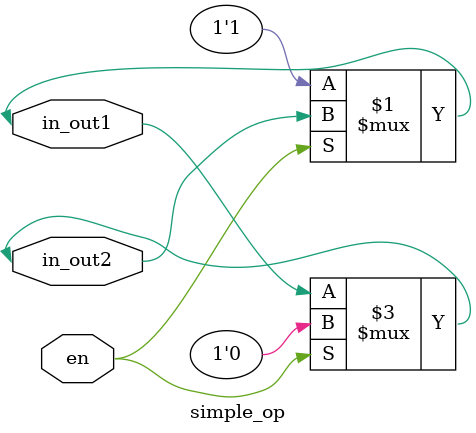
<source format=v>
module simple_op(en,in_out1,in_out2);
	inout in_out1;
	inout in_out2;
	input  en;

	assign in_out1 = (en) ? in_out2 : 1'b1;
	assign in_out2 = (!en) ? in_out1 : 1'b0;
endmodule 

</source>
